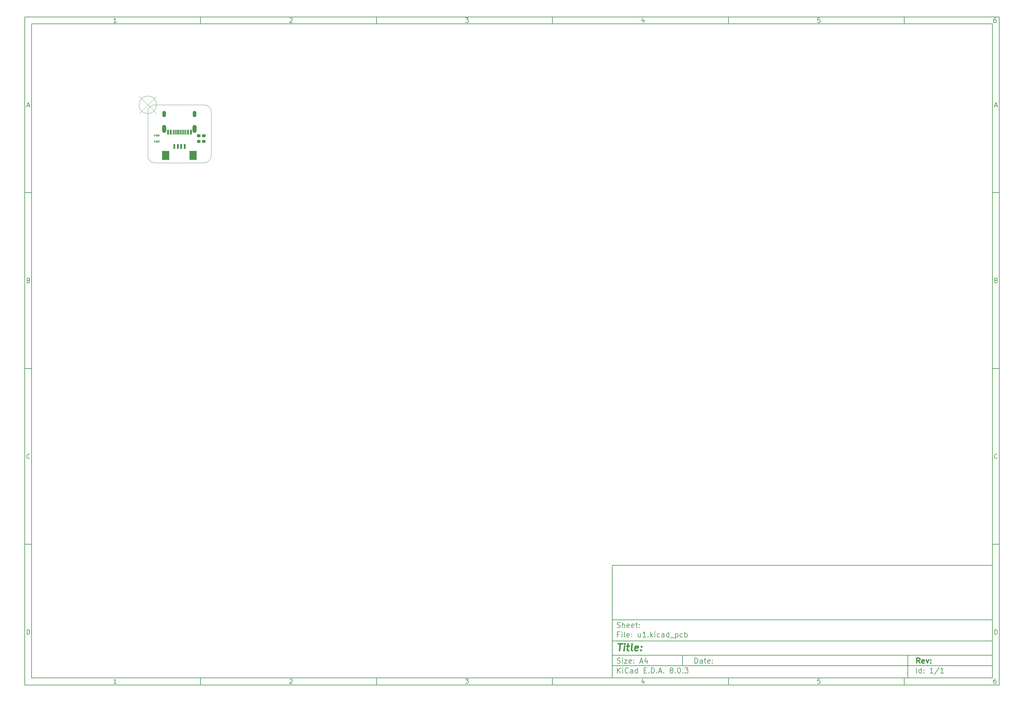
<source format=gtp>
%TF.GenerationSoftware,KiCad,Pcbnew,8.0.3*%
%TF.CreationDate,2024-08-04T17:04:02+08:00*%
%TF.ProjectId,u1,75312e6b-6963-4616-945f-706362585858,rev?*%
%TF.SameCoordinates,PX2aea540PY2160ec0*%
%TF.FileFunction,Paste,Top*%
%TF.FilePolarity,Positive*%
%FSLAX46Y46*%
G04 Gerber Fmt 4.6, Leading zero omitted, Abs format (unit mm)*
G04 Created by KiCad (PCBNEW 8.0.3) date 2024-08-04 17:04:02*
%MOMM*%
%LPD*%
G01*
G04 APERTURE LIST*
G04 Aperture macros list*
%AMRoundRect*
0 Rectangle with rounded corners*
0 $1 Rounding radius*
0 $2 $3 $4 $5 $6 $7 $8 $9 X,Y pos of 4 corners*
0 Add a 4 corners polygon primitive as box body*
4,1,4,$2,$3,$4,$5,$6,$7,$8,$9,$2,$3,0*
0 Add four circle primitives for the rounded corners*
1,1,$1+$1,$2,$3*
1,1,$1+$1,$4,$5*
1,1,$1+$1,$6,$7*
1,1,$1+$1,$8,$9*
0 Add four rect primitives between the rounded corners*
20,1,$1+$1,$2,$3,$4,$5,0*
20,1,$1+$1,$4,$5,$6,$7,0*
20,1,$1+$1,$6,$7,$8,$9,0*
20,1,$1+$1,$8,$9,$2,$3,0*%
G04 Aperture macros list end*
%ADD10C,0.100000*%
%ADD11C,0.150000*%
%ADD12C,0.300000*%
%ADD13C,0.400000*%
%ADD14R,2.000000X2.500000*%
%ADD15R,0.500000X1.400000*%
%ADD16R,0.600000X1.450000*%
%ADD17R,0.300000X1.450000*%
%ADD18O,1.200000X2.300000*%
%ADD19O,1.100000X1.800000*%
%ADD20RoundRect,0.200000X0.275000X-0.200000X0.275000X0.200000X-0.275000X0.200000X-0.275000X-0.200000X0*%
%ADD21RoundRect,0.200000X-0.275000X0.200000X-0.275000X-0.200000X0.275000X-0.200000X0.275000X0.200000X0*%
%ADD22R,0.375000X0.500000*%
%ADD23R,0.300000X0.650000*%
%TA.AperFunction,Profile*%
%ADD24C,0.050000*%
%TD*%
G04 APERTURE END LIST*
D10*
D11*
X132002200Y-131007200D02*
X240002200Y-131007200D01*
X240002200Y-163007200D01*
X132002200Y-163007200D01*
X132002200Y-131007200D01*
D10*
D11*
X-35000000Y25000000D02*
X242002200Y25000000D01*
X242002200Y-165007200D01*
X-35000000Y-165007200D01*
X-35000000Y25000000D01*
D10*
D11*
X-33000000Y23000000D02*
X240002200Y23000000D01*
X240002200Y-163007200D01*
X-33000000Y-163007200D01*
X-33000000Y23000000D01*
D10*
D11*
X15000000Y23000000D02*
X15000000Y25000000D01*
D10*
D11*
X65000000Y23000000D02*
X65000000Y25000000D01*
D10*
D11*
X115000000Y23000000D02*
X115000000Y25000000D01*
D10*
D11*
X165000000Y23000000D02*
X165000000Y25000000D01*
D10*
D11*
X215000000Y23000000D02*
X215000000Y25000000D01*
D10*
D11*
X-8910840Y23406396D02*
X-9653697Y23406396D01*
X-9282269Y23406396D02*
X-9282269Y24706396D01*
X-9282269Y24706396D02*
X-9406078Y24520681D01*
X-9406078Y24520681D02*
X-9529888Y24396872D01*
X-9529888Y24396872D02*
X-9653697Y24334967D01*
D10*
D11*
X40346303Y24582586D02*
X40408207Y24644491D01*
X40408207Y24644491D02*
X40532017Y24706396D01*
X40532017Y24706396D02*
X40841541Y24706396D01*
X40841541Y24706396D02*
X40965350Y24644491D01*
X40965350Y24644491D02*
X41027255Y24582586D01*
X41027255Y24582586D02*
X41089160Y24458777D01*
X41089160Y24458777D02*
X41089160Y24334967D01*
X41089160Y24334967D02*
X41027255Y24149253D01*
X41027255Y24149253D02*
X40284398Y23406396D01*
X40284398Y23406396D02*
X41089160Y23406396D01*
D10*
D11*
X90284398Y24706396D02*
X91089160Y24706396D01*
X91089160Y24706396D02*
X90655826Y24211158D01*
X90655826Y24211158D02*
X90841541Y24211158D01*
X90841541Y24211158D02*
X90965350Y24149253D01*
X90965350Y24149253D02*
X91027255Y24087348D01*
X91027255Y24087348D02*
X91089160Y23963539D01*
X91089160Y23963539D02*
X91089160Y23654015D01*
X91089160Y23654015D02*
X91027255Y23530205D01*
X91027255Y23530205D02*
X90965350Y23468300D01*
X90965350Y23468300D02*
X90841541Y23406396D01*
X90841541Y23406396D02*
X90470112Y23406396D01*
X90470112Y23406396D02*
X90346303Y23468300D01*
X90346303Y23468300D02*
X90284398Y23530205D01*
D10*
D11*
X140965350Y24273062D02*
X140965350Y23406396D01*
X140655826Y24768300D02*
X140346303Y23839729D01*
X140346303Y23839729D02*
X141151064Y23839729D01*
D10*
D11*
X191027255Y24706396D02*
X190408207Y24706396D01*
X190408207Y24706396D02*
X190346303Y24087348D01*
X190346303Y24087348D02*
X190408207Y24149253D01*
X190408207Y24149253D02*
X190532017Y24211158D01*
X190532017Y24211158D02*
X190841541Y24211158D01*
X190841541Y24211158D02*
X190965350Y24149253D01*
X190965350Y24149253D02*
X191027255Y24087348D01*
X191027255Y24087348D02*
X191089160Y23963539D01*
X191089160Y23963539D02*
X191089160Y23654015D01*
X191089160Y23654015D02*
X191027255Y23530205D01*
X191027255Y23530205D02*
X190965350Y23468300D01*
X190965350Y23468300D02*
X190841541Y23406396D01*
X190841541Y23406396D02*
X190532017Y23406396D01*
X190532017Y23406396D02*
X190408207Y23468300D01*
X190408207Y23468300D02*
X190346303Y23530205D01*
D10*
D11*
X240965350Y24706396D02*
X240717731Y24706396D01*
X240717731Y24706396D02*
X240593922Y24644491D01*
X240593922Y24644491D02*
X240532017Y24582586D01*
X240532017Y24582586D02*
X240408207Y24396872D01*
X240408207Y24396872D02*
X240346303Y24149253D01*
X240346303Y24149253D02*
X240346303Y23654015D01*
X240346303Y23654015D02*
X240408207Y23530205D01*
X240408207Y23530205D02*
X240470112Y23468300D01*
X240470112Y23468300D02*
X240593922Y23406396D01*
X240593922Y23406396D02*
X240841541Y23406396D01*
X240841541Y23406396D02*
X240965350Y23468300D01*
X240965350Y23468300D02*
X241027255Y23530205D01*
X241027255Y23530205D02*
X241089160Y23654015D01*
X241089160Y23654015D02*
X241089160Y23963539D01*
X241089160Y23963539D02*
X241027255Y24087348D01*
X241027255Y24087348D02*
X240965350Y24149253D01*
X240965350Y24149253D02*
X240841541Y24211158D01*
X240841541Y24211158D02*
X240593922Y24211158D01*
X240593922Y24211158D02*
X240470112Y24149253D01*
X240470112Y24149253D02*
X240408207Y24087348D01*
X240408207Y24087348D02*
X240346303Y23963539D01*
D10*
D11*
X15000000Y-163007200D02*
X15000000Y-165007200D01*
D10*
D11*
X65000000Y-163007200D02*
X65000000Y-165007200D01*
D10*
D11*
X115000000Y-163007200D02*
X115000000Y-165007200D01*
D10*
D11*
X165000000Y-163007200D02*
X165000000Y-165007200D01*
D10*
D11*
X215000000Y-163007200D02*
X215000000Y-165007200D01*
D10*
D11*
X-8910840Y-164600804D02*
X-9653697Y-164600804D01*
X-9282269Y-164600804D02*
X-9282269Y-163300804D01*
X-9282269Y-163300804D02*
X-9406078Y-163486519D01*
X-9406078Y-163486519D02*
X-9529888Y-163610328D01*
X-9529888Y-163610328D02*
X-9653697Y-163672233D01*
D10*
D11*
X40346303Y-163424614D02*
X40408207Y-163362709D01*
X40408207Y-163362709D02*
X40532017Y-163300804D01*
X40532017Y-163300804D02*
X40841541Y-163300804D01*
X40841541Y-163300804D02*
X40965350Y-163362709D01*
X40965350Y-163362709D02*
X41027255Y-163424614D01*
X41027255Y-163424614D02*
X41089160Y-163548423D01*
X41089160Y-163548423D02*
X41089160Y-163672233D01*
X41089160Y-163672233D02*
X41027255Y-163857947D01*
X41027255Y-163857947D02*
X40284398Y-164600804D01*
X40284398Y-164600804D02*
X41089160Y-164600804D01*
D10*
D11*
X90284398Y-163300804D02*
X91089160Y-163300804D01*
X91089160Y-163300804D02*
X90655826Y-163796042D01*
X90655826Y-163796042D02*
X90841541Y-163796042D01*
X90841541Y-163796042D02*
X90965350Y-163857947D01*
X90965350Y-163857947D02*
X91027255Y-163919852D01*
X91027255Y-163919852D02*
X91089160Y-164043661D01*
X91089160Y-164043661D02*
X91089160Y-164353185D01*
X91089160Y-164353185D02*
X91027255Y-164476995D01*
X91027255Y-164476995D02*
X90965350Y-164538900D01*
X90965350Y-164538900D02*
X90841541Y-164600804D01*
X90841541Y-164600804D02*
X90470112Y-164600804D01*
X90470112Y-164600804D02*
X90346303Y-164538900D01*
X90346303Y-164538900D02*
X90284398Y-164476995D01*
D10*
D11*
X140965350Y-163734138D02*
X140965350Y-164600804D01*
X140655826Y-163238900D02*
X140346303Y-164167471D01*
X140346303Y-164167471D02*
X141151064Y-164167471D01*
D10*
D11*
X191027255Y-163300804D02*
X190408207Y-163300804D01*
X190408207Y-163300804D02*
X190346303Y-163919852D01*
X190346303Y-163919852D02*
X190408207Y-163857947D01*
X190408207Y-163857947D02*
X190532017Y-163796042D01*
X190532017Y-163796042D02*
X190841541Y-163796042D01*
X190841541Y-163796042D02*
X190965350Y-163857947D01*
X190965350Y-163857947D02*
X191027255Y-163919852D01*
X191027255Y-163919852D02*
X191089160Y-164043661D01*
X191089160Y-164043661D02*
X191089160Y-164353185D01*
X191089160Y-164353185D02*
X191027255Y-164476995D01*
X191027255Y-164476995D02*
X190965350Y-164538900D01*
X190965350Y-164538900D02*
X190841541Y-164600804D01*
X190841541Y-164600804D02*
X190532017Y-164600804D01*
X190532017Y-164600804D02*
X190408207Y-164538900D01*
X190408207Y-164538900D02*
X190346303Y-164476995D01*
D10*
D11*
X240965350Y-163300804D02*
X240717731Y-163300804D01*
X240717731Y-163300804D02*
X240593922Y-163362709D01*
X240593922Y-163362709D02*
X240532017Y-163424614D01*
X240532017Y-163424614D02*
X240408207Y-163610328D01*
X240408207Y-163610328D02*
X240346303Y-163857947D01*
X240346303Y-163857947D02*
X240346303Y-164353185D01*
X240346303Y-164353185D02*
X240408207Y-164476995D01*
X240408207Y-164476995D02*
X240470112Y-164538900D01*
X240470112Y-164538900D02*
X240593922Y-164600804D01*
X240593922Y-164600804D02*
X240841541Y-164600804D01*
X240841541Y-164600804D02*
X240965350Y-164538900D01*
X240965350Y-164538900D02*
X241027255Y-164476995D01*
X241027255Y-164476995D02*
X241089160Y-164353185D01*
X241089160Y-164353185D02*
X241089160Y-164043661D01*
X241089160Y-164043661D02*
X241027255Y-163919852D01*
X241027255Y-163919852D02*
X240965350Y-163857947D01*
X240965350Y-163857947D02*
X240841541Y-163796042D01*
X240841541Y-163796042D02*
X240593922Y-163796042D01*
X240593922Y-163796042D02*
X240470112Y-163857947D01*
X240470112Y-163857947D02*
X240408207Y-163919852D01*
X240408207Y-163919852D02*
X240346303Y-164043661D01*
D10*
D11*
X-35000000Y-25000000D02*
X-33000000Y-25000000D01*
D10*
D11*
X-35000000Y-75000000D02*
X-33000000Y-75000000D01*
D10*
D11*
X-35000000Y-125000000D02*
X-33000000Y-125000000D01*
D10*
D11*
X-34309524Y-222176D02*
X-33690477Y-222176D01*
X-34433334Y-593604D02*
X-34000001Y706396D01*
X-34000001Y706396D02*
X-33566667Y-593604D01*
D10*
D11*
X-33907143Y-49912652D02*
X-33721429Y-49974557D01*
X-33721429Y-49974557D02*
X-33659524Y-50036461D01*
X-33659524Y-50036461D02*
X-33597620Y-50160271D01*
X-33597620Y-50160271D02*
X-33597620Y-50345985D01*
X-33597620Y-50345985D02*
X-33659524Y-50469795D01*
X-33659524Y-50469795D02*
X-33721429Y-50531700D01*
X-33721429Y-50531700D02*
X-33845239Y-50593604D01*
X-33845239Y-50593604D02*
X-34340477Y-50593604D01*
X-34340477Y-50593604D02*
X-34340477Y-49293604D01*
X-34340477Y-49293604D02*
X-33907143Y-49293604D01*
X-33907143Y-49293604D02*
X-33783334Y-49355509D01*
X-33783334Y-49355509D02*
X-33721429Y-49417414D01*
X-33721429Y-49417414D02*
X-33659524Y-49541223D01*
X-33659524Y-49541223D02*
X-33659524Y-49665033D01*
X-33659524Y-49665033D02*
X-33721429Y-49788842D01*
X-33721429Y-49788842D02*
X-33783334Y-49850747D01*
X-33783334Y-49850747D02*
X-33907143Y-49912652D01*
X-33907143Y-49912652D02*
X-34340477Y-49912652D01*
D10*
D11*
X-33597620Y-100469795D02*
X-33659524Y-100531700D01*
X-33659524Y-100531700D02*
X-33845239Y-100593604D01*
X-33845239Y-100593604D02*
X-33969048Y-100593604D01*
X-33969048Y-100593604D02*
X-34154762Y-100531700D01*
X-34154762Y-100531700D02*
X-34278572Y-100407890D01*
X-34278572Y-100407890D02*
X-34340477Y-100284080D01*
X-34340477Y-100284080D02*
X-34402381Y-100036461D01*
X-34402381Y-100036461D02*
X-34402381Y-99850747D01*
X-34402381Y-99850747D02*
X-34340477Y-99603128D01*
X-34340477Y-99603128D02*
X-34278572Y-99479319D01*
X-34278572Y-99479319D02*
X-34154762Y-99355509D01*
X-34154762Y-99355509D02*
X-33969048Y-99293604D01*
X-33969048Y-99293604D02*
X-33845239Y-99293604D01*
X-33845239Y-99293604D02*
X-33659524Y-99355509D01*
X-33659524Y-99355509D02*
X-33597620Y-99417414D01*
D10*
D11*
X-34340477Y-150593604D02*
X-34340477Y-149293604D01*
X-34340477Y-149293604D02*
X-34030953Y-149293604D01*
X-34030953Y-149293604D02*
X-33845239Y-149355509D01*
X-33845239Y-149355509D02*
X-33721429Y-149479319D01*
X-33721429Y-149479319D02*
X-33659524Y-149603128D01*
X-33659524Y-149603128D02*
X-33597620Y-149850747D01*
X-33597620Y-149850747D02*
X-33597620Y-150036461D01*
X-33597620Y-150036461D02*
X-33659524Y-150284080D01*
X-33659524Y-150284080D02*
X-33721429Y-150407890D01*
X-33721429Y-150407890D02*
X-33845239Y-150531700D01*
X-33845239Y-150531700D02*
X-34030953Y-150593604D01*
X-34030953Y-150593604D02*
X-34340477Y-150593604D01*
D10*
D11*
X242002200Y-25000000D02*
X240002200Y-25000000D01*
D10*
D11*
X242002200Y-75000000D02*
X240002200Y-75000000D01*
D10*
D11*
X242002200Y-125000000D02*
X240002200Y-125000000D01*
D10*
D11*
X240692676Y-222176D02*
X241311723Y-222176D01*
X240568866Y-593604D02*
X241002199Y706396D01*
X241002199Y706396D02*
X241435533Y-593604D01*
D10*
D11*
X241095057Y-49912652D02*
X241280771Y-49974557D01*
X241280771Y-49974557D02*
X241342676Y-50036461D01*
X241342676Y-50036461D02*
X241404580Y-50160271D01*
X241404580Y-50160271D02*
X241404580Y-50345985D01*
X241404580Y-50345985D02*
X241342676Y-50469795D01*
X241342676Y-50469795D02*
X241280771Y-50531700D01*
X241280771Y-50531700D02*
X241156961Y-50593604D01*
X241156961Y-50593604D02*
X240661723Y-50593604D01*
X240661723Y-50593604D02*
X240661723Y-49293604D01*
X240661723Y-49293604D02*
X241095057Y-49293604D01*
X241095057Y-49293604D02*
X241218866Y-49355509D01*
X241218866Y-49355509D02*
X241280771Y-49417414D01*
X241280771Y-49417414D02*
X241342676Y-49541223D01*
X241342676Y-49541223D02*
X241342676Y-49665033D01*
X241342676Y-49665033D02*
X241280771Y-49788842D01*
X241280771Y-49788842D02*
X241218866Y-49850747D01*
X241218866Y-49850747D02*
X241095057Y-49912652D01*
X241095057Y-49912652D02*
X240661723Y-49912652D01*
D10*
D11*
X241404580Y-100469795D02*
X241342676Y-100531700D01*
X241342676Y-100531700D02*
X241156961Y-100593604D01*
X241156961Y-100593604D02*
X241033152Y-100593604D01*
X241033152Y-100593604D02*
X240847438Y-100531700D01*
X240847438Y-100531700D02*
X240723628Y-100407890D01*
X240723628Y-100407890D02*
X240661723Y-100284080D01*
X240661723Y-100284080D02*
X240599819Y-100036461D01*
X240599819Y-100036461D02*
X240599819Y-99850747D01*
X240599819Y-99850747D02*
X240661723Y-99603128D01*
X240661723Y-99603128D02*
X240723628Y-99479319D01*
X240723628Y-99479319D02*
X240847438Y-99355509D01*
X240847438Y-99355509D02*
X241033152Y-99293604D01*
X241033152Y-99293604D02*
X241156961Y-99293604D01*
X241156961Y-99293604D02*
X241342676Y-99355509D01*
X241342676Y-99355509D02*
X241404580Y-99417414D01*
D10*
D11*
X240661723Y-150593604D02*
X240661723Y-149293604D01*
X240661723Y-149293604D02*
X240971247Y-149293604D01*
X240971247Y-149293604D02*
X241156961Y-149355509D01*
X241156961Y-149355509D02*
X241280771Y-149479319D01*
X241280771Y-149479319D02*
X241342676Y-149603128D01*
X241342676Y-149603128D02*
X241404580Y-149850747D01*
X241404580Y-149850747D02*
X241404580Y-150036461D01*
X241404580Y-150036461D02*
X241342676Y-150284080D01*
X241342676Y-150284080D02*
X241280771Y-150407890D01*
X241280771Y-150407890D02*
X241156961Y-150531700D01*
X241156961Y-150531700D02*
X240971247Y-150593604D01*
X240971247Y-150593604D02*
X240661723Y-150593604D01*
D10*
D11*
X155458026Y-158793328D02*
X155458026Y-157293328D01*
X155458026Y-157293328D02*
X155815169Y-157293328D01*
X155815169Y-157293328D02*
X156029455Y-157364757D01*
X156029455Y-157364757D02*
X156172312Y-157507614D01*
X156172312Y-157507614D02*
X156243741Y-157650471D01*
X156243741Y-157650471D02*
X156315169Y-157936185D01*
X156315169Y-157936185D02*
X156315169Y-158150471D01*
X156315169Y-158150471D02*
X156243741Y-158436185D01*
X156243741Y-158436185D02*
X156172312Y-158579042D01*
X156172312Y-158579042D02*
X156029455Y-158721900D01*
X156029455Y-158721900D02*
X155815169Y-158793328D01*
X155815169Y-158793328D02*
X155458026Y-158793328D01*
X157600884Y-158793328D02*
X157600884Y-158007614D01*
X157600884Y-158007614D02*
X157529455Y-157864757D01*
X157529455Y-157864757D02*
X157386598Y-157793328D01*
X157386598Y-157793328D02*
X157100884Y-157793328D01*
X157100884Y-157793328D02*
X156958026Y-157864757D01*
X157600884Y-158721900D02*
X157458026Y-158793328D01*
X157458026Y-158793328D02*
X157100884Y-158793328D01*
X157100884Y-158793328D02*
X156958026Y-158721900D01*
X156958026Y-158721900D02*
X156886598Y-158579042D01*
X156886598Y-158579042D02*
X156886598Y-158436185D01*
X156886598Y-158436185D02*
X156958026Y-158293328D01*
X156958026Y-158293328D02*
X157100884Y-158221900D01*
X157100884Y-158221900D02*
X157458026Y-158221900D01*
X157458026Y-158221900D02*
X157600884Y-158150471D01*
X158100884Y-157793328D02*
X158672312Y-157793328D01*
X158315169Y-157293328D02*
X158315169Y-158579042D01*
X158315169Y-158579042D02*
X158386598Y-158721900D01*
X158386598Y-158721900D02*
X158529455Y-158793328D01*
X158529455Y-158793328D02*
X158672312Y-158793328D01*
X159743741Y-158721900D02*
X159600884Y-158793328D01*
X159600884Y-158793328D02*
X159315170Y-158793328D01*
X159315170Y-158793328D02*
X159172312Y-158721900D01*
X159172312Y-158721900D02*
X159100884Y-158579042D01*
X159100884Y-158579042D02*
X159100884Y-158007614D01*
X159100884Y-158007614D02*
X159172312Y-157864757D01*
X159172312Y-157864757D02*
X159315170Y-157793328D01*
X159315170Y-157793328D02*
X159600884Y-157793328D01*
X159600884Y-157793328D02*
X159743741Y-157864757D01*
X159743741Y-157864757D02*
X159815170Y-158007614D01*
X159815170Y-158007614D02*
X159815170Y-158150471D01*
X159815170Y-158150471D02*
X159100884Y-158293328D01*
X160458026Y-158650471D02*
X160529455Y-158721900D01*
X160529455Y-158721900D02*
X160458026Y-158793328D01*
X160458026Y-158793328D02*
X160386598Y-158721900D01*
X160386598Y-158721900D02*
X160458026Y-158650471D01*
X160458026Y-158650471D02*
X160458026Y-158793328D01*
X160458026Y-157864757D02*
X160529455Y-157936185D01*
X160529455Y-157936185D02*
X160458026Y-158007614D01*
X160458026Y-158007614D02*
X160386598Y-157936185D01*
X160386598Y-157936185D02*
X160458026Y-157864757D01*
X160458026Y-157864757D02*
X160458026Y-158007614D01*
D10*
D11*
X132002200Y-159507200D02*
X240002200Y-159507200D01*
D10*
D11*
X133458026Y-161593328D02*
X133458026Y-160093328D01*
X134315169Y-161593328D02*
X133672312Y-160736185D01*
X134315169Y-160093328D02*
X133458026Y-160950471D01*
X134958026Y-161593328D02*
X134958026Y-160593328D01*
X134958026Y-160093328D02*
X134886598Y-160164757D01*
X134886598Y-160164757D02*
X134958026Y-160236185D01*
X134958026Y-160236185D02*
X135029455Y-160164757D01*
X135029455Y-160164757D02*
X134958026Y-160093328D01*
X134958026Y-160093328D02*
X134958026Y-160236185D01*
X136529455Y-161450471D02*
X136458027Y-161521900D01*
X136458027Y-161521900D02*
X136243741Y-161593328D01*
X136243741Y-161593328D02*
X136100884Y-161593328D01*
X136100884Y-161593328D02*
X135886598Y-161521900D01*
X135886598Y-161521900D02*
X135743741Y-161379042D01*
X135743741Y-161379042D02*
X135672312Y-161236185D01*
X135672312Y-161236185D02*
X135600884Y-160950471D01*
X135600884Y-160950471D02*
X135600884Y-160736185D01*
X135600884Y-160736185D02*
X135672312Y-160450471D01*
X135672312Y-160450471D02*
X135743741Y-160307614D01*
X135743741Y-160307614D02*
X135886598Y-160164757D01*
X135886598Y-160164757D02*
X136100884Y-160093328D01*
X136100884Y-160093328D02*
X136243741Y-160093328D01*
X136243741Y-160093328D02*
X136458027Y-160164757D01*
X136458027Y-160164757D02*
X136529455Y-160236185D01*
X137815170Y-161593328D02*
X137815170Y-160807614D01*
X137815170Y-160807614D02*
X137743741Y-160664757D01*
X137743741Y-160664757D02*
X137600884Y-160593328D01*
X137600884Y-160593328D02*
X137315170Y-160593328D01*
X137315170Y-160593328D02*
X137172312Y-160664757D01*
X137815170Y-161521900D02*
X137672312Y-161593328D01*
X137672312Y-161593328D02*
X137315170Y-161593328D01*
X137315170Y-161593328D02*
X137172312Y-161521900D01*
X137172312Y-161521900D02*
X137100884Y-161379042D01*
X137100884Y-161379042D02*
X137100884Y-161236185D01*
X137100884Y-161236185D02*
X137172312Y-161093328D01*
X137172312Y-161093328D02*
X137315170Y-161021900D01*
X137315170Y-161021900D02*
X137672312Y-161021900D01*
X137672312Y-161021900D02*
X137815170Y-160950471D01*
X139172313Y-161593328D02*
X139172313Y-160093328D01*
X139172313Y-161521900D02*
X139029455Y-161593328D01*
X139029455Y-161593328D02*
X138743741Y-161593328D01*
X138743741Y-161593328D02*
X138600884Y-161521900D01*
X138600884Y-161521900D02*
X138529455Y-161450471D01*
X138529455Y-161450471D02*
X138458027Y-161307614D01*
X138458027Y-161307614D02*
X138458027Y-160879042D01*
X138458027Y-160879042D02*
X138529455Y-160736185D01*
X138529455Y-160736185D02*
X138600884Y-160664757D01*
X138600884Y-160664757D02*
X138743741Y-160593328D01*
X138743741Y-160593328D02*
X139029455Y-160593328D01*
X139029455Y-160593328D02*
X139172313Y-160664757D01*
X141029455Y-160807614D02*
X141529455Y-160807614D01*
X141743741Y-161593328D02*
X141029455Y-161593328D01*
X141029455Y-161593328D02*
X141029455Y-160093328D01*
X141029455Y-160093328D02*
X141743741Y-160093328D01*
X142386598Y-161450471D02*
X142458027Y-161521900D01*
X142458027Y-161521900D02*
X142386598Y-161593328D01*
X142386598Y-161593328D02*
X142315170Y-161521900D01*
X142315170Y-161521900D02*
X142386598Y-161450471D01*
X142386598Y-161450471D02*
X142386598Y-161593328D01*
X143100884Y-161593328D02*
X143100884Y-160093328D01*
X143100884Y-160093328D02*
X143458027Y-160093328D01*
X143458027Y-160093328D02*
X143672313Y-160164757D01*
X143672313Y-160164757D02*
X143815170Y-160307614D01*
X143815170Y-160307614D02*
X143886599Y-160450471D01*
X143886599Y-160450471D02*
X143958027Y-160736185D01*
X143958027Y-160736185D02*
X143958027Y-160950471D01*
X143958027Y-160950471D02*
X143886599Y-161236185D01*
X143886599Y-161236185D02*
X143815170Y-161379042D01*
X143815170Y-161379042D02*
X143672313Y-161521900D01*
X143672313Y-161521900D02*
X143458027Y-161593328D01*
X143458027Y-161593328D02*
X143100884Y-161593328D01*
X144600884Y-161450471D02*
X144672313Y-161521900D01*
X144672313Y-161521900D02*
X144600884Y-161593328D01*
X144600884Y-161593328D02*
X144529456Y-161521900D01*
X144529456Y-161521900D02*
X144600884Y-161450471D01*
X144600884Y-161450471D02*
X144600884Y-161593328D01*
X145243742Y-161164757D02*
X145958028Y-161164757D01*
X145100885Y-161593328D02*
X145600885Y-160093328D01*
X145600885Y-160093328D02*
X146100885Y-161593328D01*
X146600884Y-161450471D02*
X146672313Y-161521900D01*
X146672313Y-161521900D02*
X146600884Y-161593328D01*
X146600884Y-161593328D02*
X146529456Y-161521900D01*
X146529456Y-161521900D02*
X146600884Y-161450471D01*
X146600884Y-161450471D02*
X146600884Y-161593328D01*
X148672313Y-160736185D02*
X148529456Y-160664757D01*
X148529456Y-160664757D02*
X148458027Y-160593328D01*
X148458027Y-160593328D02*
X148386599Y-160450471D01*
X148386599Y-160450471D02*
X148386599Y-160379042D01*
X148386599Y-160379042D02*
X148458027Y-160236185D01*
X148458027Y-160236185D02*
X148529456Y-160164757D01*
X148529456Y-160164757D02*
X148672313Y-160093328D01*
X148672313Y-160093328D02*
X148958027Y-160093328D01*
X148958027Y-160093328D02*
X149100885Y-160164757D01*
X149100885Y-160164757D02*
X149172313Y-160236185D01*
X149172313Y-160236185D02*
X149243742Y-160379042D01*
X149243742Y-160379042D02*
X149243742Y-160450471D01*
X149243742Y-160450471D02*
X149172313Y-160593328D01*
X149172313Y-160593328D02*
X149100885Y-160664757D01*
X149100885Y-160664757D02*
X148958027Y-160736185D01*
X148958027Y-160736185D02*
X148672313Y-160736185D01*
X148672313Y-160736185D02*
X148529456Y-160807614D01*
X148529456Y-160807614D02*
X148458027Y-160879042D01*
X148458027Y-160879042D02*
X148386599Y-161021900D01*
X148386599Y-161021900D02*
X148386599Y-161307614D01*
X148386599Y-161307614D02*
X148458027Y-161450471D01*
X148458027Y-161450471D02*
X148529456Y-161521900D01*
X148529456Y-161521900D02*
X148672313Y-161593328D01*
X148672313Y-161593328D02*
X148958027Y-161593328D01*
X148958027Y-161593328D02*
X149100885Y-161521900D01*
X149100885Y-161521900D02*
X149172313Y-161450471D01*
X149172313Y-161450471D02*
X149243742Y-161307614D01*
X149243742Y-161307614D02*
X149243742Y-161021900D01*
X149243742Y-161021900D02*
X149172313Y-160879042D01*
X149172313Y-160879042D02*
X149100885Y-160807614D01*
X149100885Y-160807614D02*
X148958027Y-160736185D01*
X149886598Y-161450471D02*
X149958027Y-161521900D01*
X149958027Y-161521900D02*
X149886598Y-161593328D01*
X149886598Y-161593328D02*
X149815170Y-161521900D01*
X149815170Y-161521900D02*
X149886598Y-161450471D01*
X149886598Y-161450471D02*
X149886598Y-161593328D01*
X150886599Y-160093328D02*
X151029456Y-160093328D01*
X151029456Y-160093328D02*
X151172313Y-160164757D01*
X151172313Y-160164757D02*
X151243742Y-160236185D01*
X151243742Y-160236185D02*
X151315170Y-160379042D01*
X151315170Y-160379042D02*
X151386599Y-160664757D01*
X151386599Y-160664757D02*
X151386599Y-161021900D01*
X151386599Y-161021900D02*
X151315170Y-161307614D01*
X151315170Y-161307614D02*
X151243742Y-161450471D01*
X151243742Y-161450471D02*
X151172313Y-161521900D01*
X151172313Y-161521900D02*
X151029456Y-161593328D01*
X151029456Y-161593328D02*
X150886599Y-161593328D01*
X150886599Y-161593328D02*
X150743742Y-161521900D01*
X150743742Y-161521900D02*
X150672313Y-161450471D01*
X150672313Y-161450471D02*
X150600884Y-161307614D01*
X150600884Y-161307614D02*
X150529456Y-161021900D01*
X150529456Y-161021900D02*
X150529456Y-160664757D01*
X150529456Y-160664757D02*
X150600884Y-160379042D01*
X150600884Y-160379042D02*
X150672313Y-160236185D01*
X150672313Y-160236185D02*
X150743742Y-160164757D01*
X150743742Y-160164757D02*
X150886599Y-160093328D01*
X152029455Y-161450471D02*
X152100884Y-161521900D01*
X152100884Y-161521900D02*
X152029455Y-161593328D01*
X152029455Y-161593328D02*
X151958027Y-161521900D01*
X151958027Y-161521900D02*
X152029455Y-161450471D01*
X152029455Y-161450471D02*
X152029455Y-161593328D01*
X152600884Y-160093328D02*
X153529456Y-160093328D01*
X153529456Y-160093328D02*
X153029456Y-160664757D01*
X153029456Y-160664757D02*
X153243741Y-160664757D01*
X153243741Y-160664757D02*
X153386599Y-160736185D01*
X153386599Y-160736185D02*
X153458027Y-160807614D01*
X153458027Y-160807614D02*
X153529456Y-160950471D01*
X153529456Y-160950471D02*
X153529456Y-161307614D01*
X153529456Y-161307614D02*
X153458027Y-161450471D01*
X153458027Y-161450471D02*
X153386599Y-161521900D01*
X153386599Y-161521900D02*
X153243741Y-161593328D01*
X153243741Y-161593328D02*
X152815170Y-161593328D01*
X152815170Y-161593328D02*
X152672313Y-161521900D01*
X152672313Y-161521900D02*
X152600884Y-161450471D01*
D10*
D11*
X132002200Y-156507200D02*
X240002200Y-156507200D01*
D10*
D12*
X219413853Y-158785528D02*
X218913853Y-158071242D01*
X218556710Y-158785528D02*
X218556710Y-157285528D01*
X218556710Y-157285528D02*
X219128139Y-157285528D01*
X219128139Y-157285528D02*
X219270996Y-157356957D01*
X219270996Y-157356957D02*
X219342425Y-157428385D01*
X219342425Y-157428385D02*
X219413853Y-157571242D01*
X219413853Y-157571242D02*
X219413853Y-157785528D01*
X219413853Y-157785528D02*
X219342425Y-157928385D01*
X219342425Y-157928385D02*
X219270996Y-157999814D01*
X219270996Y-157999814D02*
X219128139Y-158071242D01*
X219128139Y-158071242D02*
X218556710Y-158071242D01*
X220628139Y-158714100D02*
X220485282Y-158785528D01*
X220485282Y-158785528D02*
X220199568Y-158785528D01*
X220199568Y-158785528D02*
X220056710Y-158714100D01*
X220056710Y-158714100D02*
X219985282Y-158571242D01*
X219985282Y-158571242D02*
X219985282Y-157999814D01*
X219985282Y-157999814D02*
X220056710Y-157856957D01*
X220056710Y-157856957D02*
X220199568Y-157785528D01*
X220199568Y-157785528D02*
X220485282Y-157785528D01*
X220485282Y-157785528D02*
X220628139Y-157856957D01*
X220628139Y-157856957D02*
X220699568Y-157999814D01*
X220699568Y-157999814D02*
X220699568Y-158142671D01*
X220699568Y-158142671D02*
X219985282Y-158285528D01*
X221199567Y-157785528D02*
X221556710Y-158785528D01*
X221556710Y-158785528D02*
X221913853Y-157785528D01*
X222485281Y-158642671D02*
X222556710Y-158714100D01*
X222556710Y-158714100D02*
X222485281Y-158785528D01*
X222485281Y-158785528D02*
X222413853Y-158714100D01*
X222413853Y-158714100D02*
X222485281Y-158642671D01*
X222485281Y-158642671D02*
X222485281Y-158785528D01*
X222485281Y-157856957D02*
X222556710Y-157928385D01*
X222556710Y-157928385D02*
X222485281Y-157999814D01*
X222485281Y-157999814D02*
X222413853Y-157928385D01*
X222413853Y-157928385D02*
X222485281Y-157856957D01*
X222485281Y-157856957D02*
X222485281Y-157999814D01*
D10*
D11*
X133386598Y-158721900D02*
X133600884Y-158793328D01*
X133600884Y-158793328D02*
X133958026Y-158793328D01*
X133958026Y-158793328D02*
X134100884Y-158721900D01*
X134100884Y-158721900D02*
X134172312Y-158650471D01*
X134172312Y-158650471D02*
X134243741Y-158507614D01*
X134243741Y-158507614D02*
X134243741Y-158364757D01*
X134243741Y-158364757D02*
X134172312Y-158221900D01*
X134172312Y-158221900D02*
X134100884Y-158150471D01*
X134100884Y-158150471D02*
X133958026Y-158079042D01*
X133958026Y-158079042D02*
X133672312Y-158007614D01*
X133672312Y-158007614D02*
X133529455Y-157936185D01*
X133529455Y-157936185D02*
X133458026Y-157864757D01*
X133458026Y-157864757D02*
X133386598Y-157721900D01*
X133386598Y-157721900D02*
X133386598Y-157579042D01*
X133386598Y-157579042D02*
X133458026Y-157436185D01*
X133458026Y-157436185D02*
X133529455Y-157364757D01*
X133529455Y-157364757D02*
X133672312Y-157293328D01*
X133672312Y-157293328D02*
X134029455Y-157293328D01*
X134029455Y-157293328D02*
X134243741Y-157364757D01*
X134886597Y-158793328D02*
X134886597Y-157793328D01*
X134886597Y-157293328D02*
X134815169Y-157364757D01*
X134815169Y-157364757D02*
X134886597Y-157436185D01*
X134886597Y-157436185D02*
X134958026Y-157364757D01*
X134958026Y-157364757D02*
X134886597Y-157293328D01*
X134886597Y-157293328D02*
X134886597Y-157436185D01*
X135458026Y-157793328D02*
X136243741Y-157793328D01*
X136243741Y-157793328D02*
X135458026Y-158793328D01*
X135458026Y-158793328D02*
X136243741Y-158793328D01*
X137386598Y-158721900D02*
X137243741Y-158793328D01*
X137243741Y-158793328D02*
X136958027Y-158793328D01*
X136958027Y-158793328D02*
X136815169Y-158721900D01*
X136815169Y-158721900D02*
X136743741Y-158579042D01*
X136743741Y-158579042D02*
X136743741Y-158007614D01*
X136743741Y-158007614D02*
X136815169Y-157864757D01*
X136815169Y-157864757D02*
X136958027Y-157793328D01*
X136958027Y-157793328D02*
X137243741Y-157793328D01*
X137243741Y-157793328D02*
X137386598Y-157864757D01*
X137386598Y-157864757D02*
X137458027Y-158007614D01*
X137458027Y-158007614D02*
X137458027Y-158150471D01*
X137458027Y-158150471D02*
X136743741Y-158293328D01*
X138100883Y-158650471D02*
X138172312Y-158721900D01*
X138172312Y-158721900D02*
X138100883Y-158793328D01*
X138100883Y-158793328D02*
X138029455Y-158721900D01*
X138029455Y-158721900D02*
X138100883Y-158650471D01*
X138100883Y-158650471D02*
X138100883Y-158793328D01*
X138100883Y-157864757D02*
X138172312Y-157936185D01*
X138172312Y-157936185D02*
X138100883Y-158007614D01*
X138100883Y-158007614D02*
X138029455Y-157936185D01*
X138029455Y-157936185D02*
X138100883Y-157864757D01*
X138100883Y-157864757D02*
X138100883Y-158007614D01*
X139886598Y-158364757D02*
X140600884Y-158364757D01*
X139743741Y-158793328D02*
X140243741Y-157293328D01*
X140243741Y-157293328D02*
X140743741Y-158793328D01*
X141886598Y-157793328D02*
X141886598Y-158793328D01*
X141529455Y-157221900D02*
X141172312Y-158293328D01*
X141172312Y-158293328D02*
X142100883Y-158293328D01*
D10*
D11*
X218458026Y-161593328D02*
X218458026Y-160093328D01*
X219815170Y-161593328D02*
X219815170Y-160093328D01*
X219815170Y-161521900D02*
X219672312Y-161593328D01*
X219672312Y-161593328D02*
X219386598Y-161593328D01*
X219386598Y-161593328D02*
X219243741Y-161521900D01*
X219243741Y-161521900D02*
X219172312Y-161450471D01*
X219172312Y-161450471D02*
X219100884Y-161307614D01*
X219100884Y-161307614D02*
X219100884Y-160879042D01*
X219100884Y-160879042D02*
X219172312Y-160736185D01*
X219172312Y-160736185D02*
X219243741Y-160664757D01*
X219243741Y-160664757D02*
X219386598Y-160593328D01*
X219386598Y-160593328D02*
X219672312Y-160593328D01*
X219672312Y-160593328D02*
X219815170Y-160664757D01*
X220529455Y-161450471D02*
X220600884Y-161521900D01*
X220600884Y-161521900D02*
X220529455Y-161593328D01*
X220529455Y-161593328D02*
X220458027Y-161521900D01*
X220458027Y-161521900D02*
X220529455Y-161450471D01*
X220529455Y-161450471D02*
X220529455Y-161593328D01*
X220529455Y-160664757D02*
X220600884Y-160736185D01*
X220600884Y-160736185D02*
X220529455Y-160807614D01*
X220529455Y-160807614D02*
X220458027Y-160736185D01*
X220458027Y-160736185D02*
X220529455Y-160664757D01*
X220529455Y-160664757D02*
X220529455Y-160807614D01*
X223172313Y-161593328D02*
X222315170Y-161593328D01*
X222743741Y-161593328D02*
X222743741Y-160093328D01*
X222743741Y-160093328D02*
X222600884Y-160307614D01*
X222600884Y-160307614D02*
X222458027Y-160450471D01*
X222458027Y-160450471D02*
X222315170Y-160521900D01*
X224886598Y-160021900D02*
X223600884Y-161950471D01*
X226172313Y-161593328D02*
X225315170Y-161593328D01*
X225743741Y-161593328D02*
X225743741Y-160093328D01*
X225743741Y-160093328D02*
X225600884Y-160307614D01*
X225600884Y-160307614D02*
X225458027Y-160450471D01*
X225458027Y-160450471D02*
X225315170Y-160521900D01*
D10*
D11*
X132002200Y-152507200D02*
X240002200Y-152507200D01*
D10*
D13*
X133693928Y-153211638D02*
X134836785Y-153211638D01*
X134015357Y-155211638D02*
X134265357Y-153211638D01*
X135253452Y-155211638D02*
X135420119Y-153878304D01*
X135503452Y-153211638D02*
X135396309Y-153306876D01*
X135396309Y-153306876D02*
X135479643Y-153402114D01*
X135479643Y-153402114D02*
X135586786Y-153306876D01*
X135586786Y-153306876D02*
X135503452Y-153211638D01*
X135503452Y-153211638D02*
X135479643Y-153402114D01*
X136086786Y-153878304D02*
X136848690Y-153878304D01*
X136455833Y-153211638D02*
X136241548Y-154925923D01*
X136241548Y-154925923D02*
X136312976Y-155116400D01*
X136312976Y-155116400D02*
X136491548Y-155211638D01*
X136491548Y-155211638D02*
X136682024Y-155211638D01*
X137634405Y-155211638D02*
X137455833Y-155116400D01*
X137455833Y-155116400D02*
X137384405Y-154925923D01*
X137384405Y-154925923D02*
X137598690Y-153211638D01*
X139170119Y-155116400D02*
X138967738Y-155211638D01*
X138967738Y-155211638D02*
X138586785Y-155211638D01*
X138586785Y-155211638D02*
X138408214Y-155116400D01*
X138408214Y-155116400D02*
X138336785Y-154925923D01*
X138336785Y-154925923D02*
X138432024Y-154164019D01*
X138432024Y-154164019D02*
X138551071Y-153973542D01*
X138551071Y-153973542D02*
X138753452Y-153878304D01*
X138753452Y-153878304D02*
X139134404Y-153878304D01*
X139134404Y-153878304D02*
X139312976Y-153973542D01*
X139312976Y-153973542D02*
X139384404Y-154164019D01*
X139384404Y-154164019D02*
X139360595Y-154354495D01*
X139360595Y-154354495D02*
X138384404Y-154544971D01*
X140134405Y-155021161D02*
X140217738Y-155116400D01*
X140217738Y-155116400D02*
X140110595Y-155211638D01*
X140110595Y-155211638D02*
X140027262Y-155116400D01*
X140027262Y-155116400D02*
X140134405Y-155021161D01*
X140134405Y-155021161D02*
X140110595Y-155211638D01*
X140265357Y-153973542D02*
X140348690Y-154068780D01*
X140348690Y-154068780D02*
X140241548Y-154164019D01*
X140241548Y-154164019D02*
X140158214Y-154068780D01*
X140158214Y-154068780D02*
X140265357Y-153973542D01*
X140265357Y-153973542D02*
X140241548Y-154164019D01*
D10*
D11*
X133958026Y-150607614D02*
X133458026Y-150607614D01*
X133458026Y-151393328D02*
X133458026Y-149893328D01*
X133458026Y-149893328D02*
X134172312Y-149893328D01*
X134743740Y-151393328D02*
X134743740Y-150393328D01*
X134743740Y-149893328D02*
X134672312Y-149964757D01*
X134672312Y-149964757D02*
X134743740Y-150036185D01*
X134743740Y-150036185D02*
X134815169Y-149964757D01*
X134815169Y-149964757D02*
X134743740Y-149893328D01*
X134743740Y-149893328D02*
X134743740Y-150036185D01*
X135672312Y-151393328D02*
X135529455Y-151321900D01*
X135529455Y-151321900D02*
X135458026Y-151179042D01*
X135458026Y-151179042D02*
X135458026Y-149893328D01*
X136815169Y-151321900D02*
X136672312Y-151393328D01*
X136672312Y-151393328D02*
X136386598Y-151393328D01*
X136386598Y-151393328D02*
X136243740Y-151321900D01*
X136243740Y-151321900D02*
X136172312Y-151179042D01*
X136172312Y-151179042D02*
X136172312Y-150607614D01*
X136172312Y-150607614D02*
X136243740Y-150464757D01*
X136243740Y-150464757D02*
X136386598Y-150393328D01*
X136386598Y-150393328D02*
X136672312Y-150393328D01*
X136672312Y-150393328D02*
X136815169Y-150464757D01*
X136815169Y-150464757D02*
X136886598Y-150607614D01*
X136886598Y-150607614D02*
X136886598Y-150750471D01*
X136886598Y-150750471D02*
X136172312Y-150893328D01*
X137529454Y-151250471D02*
X137600883Y-151321900D01*
X137600883Y-151321900D02*
X137529454Y-151393328D01*
X137529454Y-151393328D02*
X137458026Y-151321900D01*
X137458026Y-151321900D02*
X137529454Y-151250471D01*
X137529454Y-151250471D02*
X137529454Y-151393328D01*
X137529454Y-150464757D02*
X137600883Y-150536185D01*
X137600883Y-150536185D02*
X137529454Y-150607614D01*
X137529454Y-150607614D02*
X137458026Y-150536185D01*
X137458026Y-150536185D02*
X137529454Y-150464757D01*
X137529454Y-150464757D02*
X137529454Y-150607614D01*
X140029455Y-150393328D02*
X140029455Y-151393328D01*
X139386597Y-150393328D02*
X139386597Y-151179042D01*
X139386597Y-151179042D02*
X139458026Y-151321900D01*
X139458026Y-151321900D02*
X139600883Y-151393328D01*
X139600883Y-151393328D02*
X139815169Y-151393328D01*
X139815169Y-151393328D02*
X139958026Y-151321900D01*
X139958026Y-151321900D02*
X140029455Y-151250471D01*
X141529455Y-151393328D02*
X140672312Y-151393328D01*
X141100883Y-151393328D02*
X141100883Y-149893328D01*
X141100883Y-149893328D02*
X140958026Y-150107614D01*
X140958026Y-150107614D02*
X140815169Y-150250471D01*
X140815169Y-150250471D02*
X140672312Y-150321900D01*
X142172311Y-151250471D02*
X142243740Y-151321900D01*
X142243740Y-151321900D02*
X142172311Y-151393328D01*
X142172311Y-151393328D02*
X142100883Y-151321900D01*
X142100883Y-151321900D02*
X142172311Y-151250471D01*
X142172311Y-151250471D02*
X142172311Y-151393328D01*
X142886597Y-151393328D02*
X142886597Y-149893328D01*
X143029455Y-150821900D02*
X143458026Y-151393328D01*
X143458026Y-150393328D02*
X142886597Y-150964757D01*
X144100883Y-151393328D02*
X144100883Y-150393328D01*
X144100883Y-149893328D02*
X144029455Y-149964757D01*
X144029455Y-149964757D02*
X144100883Y-150036185D01*
X144100883Y-150036185D02*
X144172312Y-149964757D01*
X144172312Y-149964757D02*
X144100883Y-149893328D01*
X144100883Y-149893328D02*
X144100883Y-150036185D01*
X145458027Y-151321900D02*
X145315169Y-151393328D01*
X145315169Y-151393328D02*
X145029455Y-151393328D01*
X145029455Y-151393328D02*
X144886598Y-151321900D01*
X144886598Y-151321900D02*
X144815169Y-151250471D01*
X144815169Y-151250471D02*
X144743741Y-151107614D01*
X144743741Y-151107614D02*
X144743741Y-150679042D01*
X144743741Y-150679042D02*
X144815169Y-150536185D01*
X144815169Y-150536185D02*
X144886598Y-150464757D01*
X144886598Y-150464757D02*
X145029455Y-150393328D01*
X145029455Y-150393328D02*
X145315169Y-150393328D01*
X145315169Y-150393328D02*
X145458027Y-150464757D01*
X146743741Y-151393328D02*
X146743741Y-150607614D01*
X146743741Y-150607614D02*
X146672312Y-150464757D01*
X146672312Y-150464757D02*
X146529455Y-150393328D01*
X146529455Y-150393328D02*
X146243741Y-150393328D01*
X146243741Y-150393328D02*
X146100883Y-150464757D01*
X146743741Y-151321900D02*
X146600883Y-151393328D01*
X146600883Y-151393328D02*
X146243741Y-151393328D01*
X146243741Y-151393328D02*
X146100883Y-151321900D01*
X146100883Y-151321900D02*
X146029455Y-151179042D01*
X146029455Y-151179042D02*
X146029455Y-151036185D01*
X146029455Y-151036185D02*
X146100883Y-150893328D01*
X146100883Y-150893328D02*
X146243741Y-150821900D01*
X146243741Y-150821900D02*
X146600883Y-150821900D01*
X146600883Y-150821900D02*
X146743741Y-150750471D01*
X148100884Y-151393328D02*
X148100884Y-149893328D01*
X148100884Y-151321900D02*
X147958026Y-151393328D01*
X147958026Y-151393328D02*
X147672312Y-151393328D01*
X147672312Y-151393328D02*
X147529455Y-151321900D01*
X147529455Y-151321900D02*
X147458026Y-151250471D01*
X147458026Y-151250471D02*
X147386598Y-151107614D01*
X147386598Y-151107614D02*
X147386598Y-150679042D01*
X147386598Y-150679042D02*
X147458026Y-150536185D01*
X147458026Y-150536185D02*
X147529455Y-150464757D01*
X147529455Y-150464757D02*
X147672312Y-150393328D01*
X147672312Y-150393328D02*
X147958026Y-150393328D01*
X147958026Y-150393328D02*
X148100884Y-150464757D01*
X148458027Y-151536185D02*
X149600884Y-151536185D01*
X149958026Y-150393328D02*
X149958026Y-151893328D01*
X149958026Y-150464757D02*
X150100884Y-150393328D01*
X150100884Y-150393328D02*
X150386598Y-150393328D01*
X150386598Y-150393328D02*
X150529455Y-150464757D01*
X150529455Y-150464757D02*
X150600884Y-150536185D01*
X150600884Y-150536185D02*
X150672312Y-150679042D01*
X150672312Y-150679042D02*
X150672312Y-151107614D01*
X150672312Y-151107614D02*
X150600884Y-151250471D01*
X150600884Y-151250471D02*
X150529455Y-151321900D01*
X150529455Y-151321900D02*
X150386598Y-151393328D01*
X150386598Y-151393328D02*
X150100884Y-151393328D01*
X150100884Y-151393328D02*
X149958026Y-151321900D01*
X151958027Y-151321900D02*
X151815169Y-151393328D01*
X151815169Y-151393328D02*
X151529455Y-151393328D01*
X151529455Y-151393328D02*
X151386598Y-151321900D01*
X151386598Y-151321900D02*
X151315169Y-151250471D01*
X151315169Y-151250471D02*
X151243741Y-151107614D01*
X151243741Y-151107614D02*
X151243741Y-150679042D01*
X151243741Y-150679042D02*
X151315169Y-150536185D01*
X151315169Y-150536185D02*
X151386598Y-150464757D01*
X151386598Y-150464757D02*
X151529455Y-150393328D01*
X151529455Y-150393328D02*
X151815169Y-150393328D01*
X151815169Y-150393328D02*
X151958027Y-150464757D01*
X152600883Y-151393328D02*
X152600883Y-149893328D01*
X152600883Y-150464757D02*
X152743741Y-150393328D01*
X152743741Y-150393328D02*
X153029455Y-150393328D01*
X153029455Y-150393328D02*
X153172312Y-150464757D01*
X153172312Y-150464757D02*
X153243741Y-150536185D01*
X153243741Y-150536185D02*
X153315169Y-150679042D01*
X153315169Y-150679042D02*
X153315169Y-151107614D01*
X153315169Y-151107614D02*
X153243741Y-151250471D01*
X153243741Y-151250471D02*
X153172312Y-151321900D01*
X153172312Y-151321900D02*
X153029455Y-151393328D01*
X153029455Y-151393328D02*
X152743741Y-151393328D01*
X152743741Y-151393328D02*
X152600883Y-151321900D01*
D10*
D11*
X132002200Y-146507200D02*
X240002200Y-146507200D01*
D10*
D11*
X133386598Y-148621900D02*
X133600884Y-148693328D01*
X133600884Y-148693328D02*
X133958026Y-148693328D01*
X133958026Y-148693328D02*
X134100884Y-148621900D01*
X134100884Y-148621900D02*
X134172312Y-148550471D01*
X134172312Y-148550471D02*
X134243741Y-148407614D01*
X134243741Y-148407614D02*
X134243741Y-148264757D01*
X134243741Y-148264757D02*
X134172312Y-148121900D01*
X134172312Y-148121900D02*
X134100884Y-148050471D01*
X134100884Y-148050471D02*
X133958026Y-147979042D01*
X133958026Y-147979042D02*
X133672312Y-147907614D01*
X133672312Y-147907614D02*
X133529455Y-147836185D01*
X133529455Y-147836185D02*
X133458026Y-147764757D01*
X133458026Y-147764757D02*
X133386598Y-147621900D01*
X133386598Y-147621900D02*
X133386598Y-147479042D01*
X133386598Y-147479042D02*
X133458026Y-147336185D01*
X133458026Y-147336185D02*
X133529455Y-147264757D01*
X133529455Y-147264757D02*
X133672312Y-147193328D01*
X133672312Y-147193328D02*
X134029455Y-147193328D01*
X134029455Y-147193328D02*
X134243741Y-147264757D01*
X134886597Y-148693328D02*
X134886597Y-147193328D01*
X135529455Y-148693328D02*
X135529455Y-147907614D01*
X135529455Y-147907614D02*
X135458026Y-147764757D01*
X135458026Y-147764757D02*
X135315169Y-147693328D01*
X135315169Y-147693328D02*
X135100883Y-147693328D01*
X135100883Y-147693328D02*
X134958026Y-147764757D01*
X134958026Y-147764757D02*
X134886597Y-147836185D01*
X136815169Y-148621900D02*
X136672312Y-148693328D01*
X136672312Y-148693328D02*
X136386598Y-148693328D01*
X136386598Y-148693328D02*
X136243740Y-148621900D01*
X136243740Y-148621900D02*
X136172312Y-148479042D01*
X136172312Y-148479042D02*
X136172312Y-147907614D01*
X136172312Y-147907614D02*
X136243740Y-147764757D01*
X136243740Y-147764757D02*
X136386598Y-147693328D01*
X136386598Y-147693328D02*
X136672312Y-147693328D01*
X136672312Y-147693328D02*
X136815169Y-147764757D01*
X136815169Y-147764757D02*
X136886598Y-147907614D01*
X136886598Y-147907614D02*
X136886598Y-148050471D01*
X136886598Y-148050471D02*
X136172312Y-148193328D01*
X138100883Y-148621900D02*
X137958026Y-148693328D01*
X137958026Y-148693328D02*
X137672312Y-148693328D01*
X137672312Y-148693328D02*
X137529454Y-148621900D01*
X137529454Y-148621900D02*
X137458026Y-148479042D01*
X137458026Y-148479042D02*
X137458026Y-147907614D01*
X137458026Y-147907614D02*
X137529454Y-147764757D01*
X137529454Y-147764757D02*
X137672312Y-147693328D01*
X137672312Y-147693328D02*
X137958026Y-147693328D01*
X137958026Y-147693328D02*
X138100883Y-147764757D01*
X138100883Y-147764757D02*
X138172312Y-147907614D01*
X138172312Y-147907614D02*
X138172312Y-148050471D01*
X138172312Y-148050471D02*
X137458026Y-148193328D01*
X138600883Y-147693328D02*
X139172311Y-147693328D01*
X138815168Y-147193328D02*
X138815168Y-148479042D01*
X138815168Y-148479042D02*
X138886597Y-148621900D01*
X138886597Y-148621900D02*
X139029454Y-148693328D01*
X139029454Y-148693328D02*
X139172311Y-148693328D01*
X139672311Y-148550471D02*
X139743740Y-148621900D01*
X139743740Y-148621900D02*
X139672311Y-148693328D01*
X139672311Y-148693328D02*
X139600883Y-148621900D01*
X139600883Y-148621900D02*
X139672311Y-148550471D01*
X139672311Y-148550471D02*
X139672311Y-148693328D01*
X139672311Y-147764757D02*
X139743740Y-147836185D01*
X139743740Y-147836185D02*
X139672311Y-147907614D01*
X139672311Y-147907614D02*
X139600883Y-147836185D01*
X139600883Y-147836185D02*
X139672311Y-147764757D01*
X139672311Y-147764757D02*
X139672311Y-147907614D01*
D10*
D11*
X152002200Y-156507200D02*
X152002200Y-159507200D01*
D10*
D11*
X216002200Y-156507200D02*
X216002200Y-163007200D01*
D14*
%TO.C,J2*%
X12900000Y-14375000D03*
X5100000Y-14375000D03*
D15*
X10500000Y-11850000D03*
X9500000Y-11850000D03*
X8500000Y-11850000D03*
X7500000Y-11850000D03*
%TD*%
D16*
%TO.C,J1*%
X12250000Y-7745000D03*
X11450000Y-7745000D03*
D17*
X10250000Y-7745000D03*
X9250000Y-7745000D03*
X8750000Y-7745000D03*
X7750000Y-7745000D03*
D16*
X6550000Y-7745000D03*
X5750000Y-7745000D03*
X5750000Y-7745000D03*
X6550000Y-7745000D03*
D17*
X7250000Y-7745000D03*
X8250000Y-7745000D03*
X9750000Y-7745000D03*
X10750000Y-7745000D03*
D16*
X11450000Y-7745000D03*
X12250000Y-7745000D03*
D18*
X13320000Y-6830000D03*
D19*
X13320000Y-2650000D03*
D18*
X4680000Y-6830000D03*
D19*
X4680000Y-2650000D03*
%TD*%
D20*
%TO.C,R1*%
X15900000Y-10425000D03*
X15900000Y-8775000D03*
%TD*%
D21*
%TO.C,R2*%
X14500000Y-8775000D03*
X14500000Y-10425000D03*
%TD*%
D22*
%TO.C,U1*%
X3137500Y-8750000D03*
D23*
X2600000Y-8675000D03*
D22*
X2062500Y-8750000D03*
X2062500Y-10450000D03*
D23*
X2600000Y-10525000D03*
D22*
X3137500Y-10450000D03*
%TD*%
D24*
X16000000Y0D02*
X2000000Y0D01*
X0Y-2000000D02*
G75*
G02*
X2000000Y0I2000000J0D01*
G01*
X18000000Y-14500000D02*
G75*
G02*
X16000000Y-16500000I-2000000J0D01*
G01*
X18000000Y-14500000D02*
X18000000Y-2000000D01*
X2000000Y-16500000D02*
G75*
G02*
X0Y-14500000I0J2000000D01*
G01*
X2000000Y-16500000D02*
X16000000Y-16500000D01*
X0Y-2000000D02*
X0Y-14500000D01*
X16000000Y0D02*
G75*
G02*
X18000000Y-2000000I0J-2000000D01*
G01*
X2500000Y0D02*
G75*
G02*
X-2500000Y0I-2500000J0D01*
G01*
X-2500000Y0D02*
G75*
G02*
X2500000Y0I2500000J0D01*
G01*
X-2500000Y2500000D02*
X2500000Y-2500000D01*
X-2500000Y-2500000D02*
X2500000Y2500000D01*
M02*

</source>
